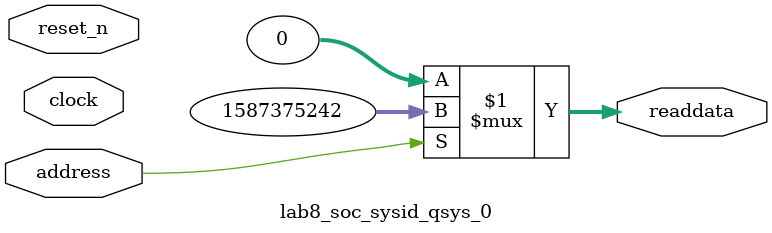
<source format=v>



// synthesis translate_off
`timescale 1ns / 1ps
// synthesis translate_on

// turn off superfluous verilog processor warnings 
// altera message_level Level1 
// altera message_off 10034 10035 10036 10037 10230 10240 10030 

module lab8_soc_sysid_qsys_0 (
               // inputs:
                address,
                clock,
                reset_n,

               // outputs:
                readdata
             )
;

  output  [ 31: 0] readdata;
  input            address;
  input            clock;
  input            reset_n;

  wire    [ 31: 0] readdata;
  //control_slave, which is an e_avalon_slave
  assign readdata = address ? 1587375242 : 0;

endmodule



</source>
